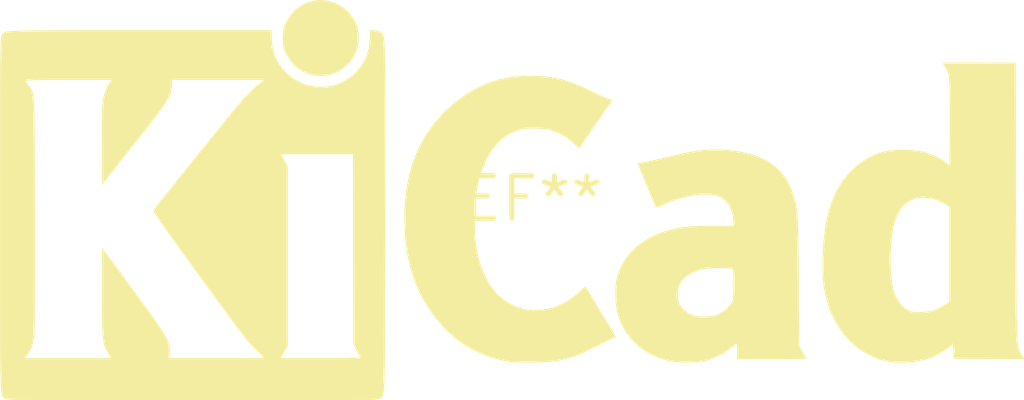
<source format=kicad_pcb>
(kicad_pcb (version 20240108) (generator pcbnew)
  (layers (0 "F.Cu" signal) (31 "B.Cu" signal) (34 "B.Paste" user) (35 "F.Paste" user) (36 "B.SilkS" user "B.Silkscreen") (37 "F.SilkS" user "F.Silkscreen") (38 "B.Mask" user) (39 "F.Mask" user) (44 "Edge.Cuts" user))
  (net 0 "")
  (footprint "KiCad-Logo_12mm_SilkScreen" (layer "F.Cu") (at 0 0)
    (property "Reference" "REF**")
    (property "Value" "KiCad-Logo_12mm_SilkScreen")
    (fp_poly (pts (xy -5.422844 -5.895156) (xy -5.217742 -5.824043) (xy -5.026785 -5.712111) (xy -4.856243 -5.559375) (xy -4.712387 -5.365849) (xy -4.647768 -5.243871) (xy -4.591842 -5.073257) (xy -4.564735 -4.876289) (xy -4.567738 -4.673795) (xy -4.601067 -4.490301) (xy -4.692162 -4.266076) (xy -4.824258 -4.071578) (xy -4.990642 -3.910633) (xy -5.184598 -3.787067) (xy -5.399414 -3.704708) (xy -5.628375 -3.667383) (xy -5.864767 -3.678918) (xy -5.981291 -3.70357) (xy -6.208385 -3.791909) (xy -6.410081 -3.92671) (xy -6.581515 -4.103817) (xy -6.71782 -4.319073) (xy -6.729352 -4.342581) (xy -6.769217 -4.430795) (xy -6.794249 -4.50509) (xy -6.807839 -4.583465) (xy -6.813382 -4.68392) (xy -6.814302 -4.793226) (xy -6.81278 -4.924552) (xy -6.805914 -5.019491) (xy -6.79025 -5.096247) (xy -6.762333 -5.173026) (xy -6.727873 -5.248777) (xy -6.599338 -5.46381) (xy -6.441052 -5.63792) (xy -6.259287 -5.771124) (xy -6.060313 -5.863434) (xy -5.8504 -5.914866) (xy -5.635821 -5.925435) (xy -5.422844 -5.895156)) (layer "F.SilkS") (stroke (width 0.01)) (fill solid))
    (fp_poly (pts (xy 0.875193 -3.659223) (xy 1.169706 -3.626981) (xy 1.455039 -3.569271) (xy 1.7428 -3.483083) (xy 2.044596 -3.365407) (xy 2.372034 -3.213233) (xy 2.431001 -3.183757) (xy 2.566324 -3.11709) (xy 2.693951 -3.057061) (xy 2.801287 -3.009401) (xy 2.875736 -2.979845) (xy 2.887173 -2.976124) (xy 2.996774 -2.943286) (xy 2.506155 -2.229547) (xy 2.386206 -2.055105) (xy 2.276539 -1.89573) (xy 2.180883 -1.756832) (xy 2.102969 -1.643822) (xy 2.046525 -1.56211) (xy 2.015281 -1.517109) (xy 2.010205 -1.509982) (xy 1.989588 -1.524883) (xy 1.938839 -1.56968) (xy 1.867034 -1.636235) (xy 1.827406 -1.673853) (xy 1.602882 -1.852432) (xy 1.350726 -1.988132) (xy 1.13344 -2.062463) (xy 1.003007 -2.085807) (xy 0.839693 -2.100033) (xy 0.662707 -2.104876) (xy 0.491256 -2.100074) (xy 0.344548 -2.085362) (xy 0.286007 -2.074095) (xy 0.022147 -1.983315) (xy -0.215622 -1.844704) (xy -0.427124 -1.658515) (xy -0.612184 -1.425001) (xy -0.770625 -1.144416) (xy -0.902271 -0.817013) (xy -1.006946 -0.443045) (xy -1.069155 -0.122903) (xy -1.085386 0.018426) (xy -1.096444 0.201004) (xy -1.102437 0.411709) (xy -1.103473 0.637422) (xy -1.099657 0.865022) (xy -1.091097 1.081389) (xy -1.077899 1.273402) (xy -1.06017 1.427943) (xy -1.056333 1.451786) (xy -0.971749 1.83586) (xy -0.856505 2.175783) (xy -0.709897 2.473078) (xy -0.531226 2.729268) (xy -0.4044 2.867775) (xy -0.176475 3.055828) (xy 0.073488 3.19522) (xy 0.34127 3.285195) (xy 0.622656 3.324994) (xy 0.913429 3.313857) (xy 1.209373 3.251026) (xy 1.38434 3.189547) (xy 1.626466 3.066436) (xy 1.87602 2.889837) (xy 2.015809 2.770412) (xy 2.094301 2.701291) (xy 2.15597 2.650579) (xy 2.191072 2.626144) (xy 2.19543 2.625398) (xy 2.211097 2.650367) (xy 2.251692 2.716348) (xy 2.313757 2.817685) (xy 2.393833 2.948721) (xy 2.488462 3.1038) (xy 2.594186 3.277265) (xy 2.653033 3.373896) (xy 3.102526 4.112201) (xy 2.541317 4.389549) (xy 2.338404 4.489172) (xy 2.174027 4.567729) (xy 2.038139 4.629122) (xy 1.920691 4.677253) (xy 1.811636 4.716023) (xy 1.700926 4.749333) (xy 1.578513 4.781086) (xy 1.461182 4.808969) (xy 1.356895 4.830546) (xy 1.247832 4.846851) (xy 1.123073 4.858791) (xy 0.971703 4.86727) (xy 0.782801 4.873192) (xy 0.655483 4.875749) (xy 0.473823 4.877494) (xy 0.299633 4.876614) (xy 0.144443 4.87336) (xy 0.019777 4.867984) (xy -0.062834 4.860735) (xy -0.06773 4.860012) (xy -0.496709 4.767205) (xy -0.899551 4.626449) (xy -1.276112 4.437839) (xy -1.626252 4.201466) (xy -1.949828 3.917424) (xy -2.2467 3.585805) (xy -2.461701 3.291075) (xy -2.690589 2.905298) (xy -2.875611 2.497895) (xy -3.017662 2.0656) (xy -3.117636 1.605146) (xy -3.176428 1.113267) (xy -3.194951 0.613799) (xy -3.179717 0.130634) (xy -3.131844 -0.315158) (xy -3.049811 -0.731095) (xy -2.932097 -1.124696) (xy -2.777181 -1.503482) (xy -2.758683 -1.542725) (xy -2.554894 -1.90956) (xy -2.304598 -2.25864) (xy -2.014885 -2.58274) (xy -1.692846 -2.874634) (xy -1.345574 -3.127096) (xy -1.021987 -3.312286) (xy -0.695096 -3.45733) (xy -0.367511 -3.562397) (xy -0.026552 -3.630347) (xy 0.340465 -3.66404) (xy 0.559892 -3.669008) (xy 0.875193 -3.659223)) (layer "F.SilkS") (stroke (width 0.01)) (fill solid))
    (fp_poly (pts (xy 13.610967 -4.064382) (xy 13.843254 -4.063429) (xy 13.922204 -4.062948) (xy 15.007849 -4.055807) (xy 15.021505 0.109247) (xy 15.023308 0.674041) (xy 15.024908 1.186864) (xy 15.026406 1.650371) (xy 15.027906 2.067214) (xy 15.029509 2.440045) (xy 15.03132 2.771519) (xy 15.03344 3.064286) (xy 15.035972 3.321002) (xy 15.03902 3.544318) (xy 15.042685 3.736887) (xy 15.047071 3.901363) (xy 15.05228 4.040398) (xy 15.058416 4.156644) (xy 15.06558 4.252756) (xy 15.073875 4.331386) (xy 15.083405 4.395187) (xy 15.094272 4.446811) (xy 15.106579 4.488912) (xy 15.120428 4.524143) (xy 15.135923 4.555156) (xy 15.153165 4.584604) (xy 15.172258 4.615141) (xy 15.193305 4.649418) (xy 15.197619 4.65672) (xy 15.269996 4.780221) (xy 14.223976 4.773068) (xy 13.177956 4.765914) (xy 13.164301 4.536142) (xy 13.156865 4.425873) (xy 13.149117 4.362122) (xy 13.138603 4.336827) (xy 13.122872 4.341922) (xy 13.109677 4.356498) (xy 13.052197 4.409591) (xy 12.958513 4.477837) (xy 12.841825 4.55308) (xy 12.715331 4.627167) (xy 12.592231 4.691943) (xy 12.497713 4.734561) (xy 12.276274 4.804595) (xy 12.022207 4.854204) (xy 11.754266 4.881494) (xy 11.491211 4.884569) (xy 11.251795 4.861532) (xy 11.247853 4.860873) (xy 10.920253 4.778669) (xy 10.613587 4.6477) (xy 10.330814 4.47078) (xy 10.074892 4.250726) (xy 9.848778 3.990351) (xy 9.65543 3.692472) (xy 9.497806 3.359904) (xy 9.411984 3.113548) (xy 9.355389 2.907445) (xy 9.313418 2.707867) (xy 9.284789 2.50269) (xy 9.268218 2.279791) (xy 9.262423 2.027045) (xy 9.264989 1.820662) (xy 11.280325 1.820662) (xy 11.289862 2.166732) (xy 11.319946 2.464467) (xy 11.371503 2.71651) (xy 11.445458 2.925502) (xy 11.542738 3.094086) (xy 11.664266 3.224906) (xy 11.804546 3.317385) (xy 11.87754 3.351909) (xy 11.940847 3.372607) (xy 12.011427 3.382077) (xy 12.106242 3.382915) (xy 12.208387 3.379228) (xy 12.409261 3.36151) (xy 12.568134 3.326813) (xy 12.618064 3.309433) (xy 12.732075 3.258102) (xy 12.852323 3.193643) (xy 12.904838 3.161376) (xy 13.041397 3.071805) (xy 13.041397 0.232706) (xy 12.891182 0.142665) (xy 12.681692 0.040923) (xy 12.467658 -0.019249) (xy 12.256909 -0.038204) (xy 12.057273 -0.016299) (xy 11.876577 0.046113) (xy 11.722649 0.148676) (xy 11.672981 0.197906) (xy 11.553262 0.359211) (xy 11.456364 0.554471) (xy 11.381477 0.787031) (xy 11.327793 1.060239) (xy 11.2945 1.377441) (xy 11.280789 1.741984) (xy 11.280325 1.820662) (xy 9.264989 1.820662) (xy 9.266058 1.734756) (xy 9.289082 1.285158) (xy 9.335378 0.879628) (xy 9.406164 0.512257) (xy 9.502661 0.177137) (xy 9.626087 -0.131637) (xy 9.670131 -0.223178) (xy 9.84754 -0.521704) (xy 10.06193 -0.786993) (xy 10.308259 -1.014763) (xy 10.581487 -1.200732) (xy 10.876574 -1.340618) (xy 11.053459 -1.398322) (xy 11.227178 -1.432578) (xy 11.436205 -1.452959) (xy 11.663014 -1.459475) (xy 11.890084 -1.452134) (xy 12.099892 -1.430945) (xy 12.268352 -1.397705) (xy 12.468857 -1.332518) (xy 12.663195 -1.248693) (xy 12.833224 -1.15472) (xy 12.923721 -1.090942) (xy 12.986144 -1.043516) (xy 13.029853 -1.014639) (xy 13.039796 -1.010538) (xy 13.042879 -1.036959) (xy 13.045753 -1.112661) (xy 13.048355 -1.232302) (xy 13.050621 -1.390538) (xy 13.052488 -1.582027) (xy 13.053891 -1.801426) (xy 13.054767 -2.043393) (xy 13.055053 -2.289853) (xy 13.054894 -2.605524) (xy 13.054108 -2.871663) (xy 13.052238 -3.093359) (xy 13.048825 -3.275704) (xy 13.043409 -3.423788) (xy 13.035531 -3.542701) (xy 13.024733 -3.637535) (xy 13.010555 -3.71338) (xy 12.992539 -3.775326) (xy 12.970225 -3.828464) (xy 12.943154 -3.877885) (xy 12.910867 -3.928679) (xy 12.906713 -3.934969) (xy 12.865071 -4.000755) (xy 12.839929 -4.045992) (xy 12.836559 -4.055534) (xy 12.862903 -4.058545) (xy 12.938069 -4.060994) (xy 13.056257 -4.062842) (xy 13.211669 -4.064049) (xy 13.398506 -4.064576) (xy 13.610967 -4.064382)) (layer "F.SilkS") (stroke (width 0.01)) (fill solid))
    (fp_poly (pts (xy 6.300951 -1.463632) (xy 6.436272 -1.453389) (xy 6.823442 -1.401878) (xy 7.166321 -1.319717) (xy 7.46658 -1.205778) (xy 7.725888 -1.058928) (xy 7.945916 -0.878038) (xy 8.128334 -0.661978) (xy 8.274811 -0.409616) (xy 8.381771 -0.136559) (xy 8.408921 -0.049459) (xy 8.432564 0.032107) (xy 8.452977 0.112529) (xy 8.470439 0.196199) (xy 8.48523 0.287508) (xy 8.497627 0.390847) (xy 8.507911 0.510609) (xy 8.516358 0.651183) (xy 8.523248 0.816962) (xy 8.528861 1.012336) (xy 8.533473 1.241698) (xy 8.537365 1.509437) (xy 8.540815 1.819947) (xy 8.544102 2.177618) (xy 8.546451 2.458064) (xy 8.562258 4.383548) (xy 8.664677 4.568843) (xy 8.713175 4.658111) (xy 8.749266 4.727448) (xy 8.766483 4.764354) (xy 8.767096 4.766854) (xy 8.74078 4.769715) (xy 8.665811 4.772351) (xy 8.548161 4.774689) (xy 8.3938 4.776653) (xy 8.2087 4.77817) (xy 7.998832 4.779165) (xy 7.770167 4.779565) (xy 7.742903 4.77957) (xy 6.718709 4.77957) (xy 6.718709 4.547419) (xy 6.716963 4.442507) (xy 6.712302 4.362271) (xy 6.705596 4.319251) (xy 6.702632 4.315269) (xy 6.675523 4.33195) (xy 6.619731 4.375731) (xy 6.547215 4.437216) (xy 6.545589 4.438638) (xy 6.413257 4.53716) (xy 6.246133 4.636089) (xy 6.0631 4.725706) (xy 5.883043 4.796293) (xy 5.803763 4.820414) (xy 5.645991 4.851051) (xy 5.452397 4.870602) (xy 5.240704 4.878787) (xy 5.028632 4.875327) (xy 4.833904 4.859945) (xy 4.697634 4.837811) (xy 4.363454 4.739676) (xy 4.062603 4.599819) (xy 3.797039 4.419974) (xy 3.568721 4.201876) (xy 3.379606 3.947261) (xy 3.231653 3.657864) (xy 3.167825 3.482258) (xy 3.127823 3.311576) (xy 3.101313 3.106678) (xy 3.089047 2.886464) (xy 3.08945 2.85442) (xy 4.936612 2.85442) (xy 4.95193 3.018053) (xy 5.002935 3.154042) (xy 5.097204 3.280208) (xy 5.133411 3.317203) (xy 5.26212 3.417221) (xy 5.410885 3.481294) (xy 5.589113 3.512309) (xy 5.776798 3.514593) (xy 5.954814 3.499514) (xy 6.091112 3.470021) (xy 6.150306 3.447869) (xy 6.256995 3.387496) (xy 6.370037 3.302589) (xy 6.473175 3.207295) (xy 6.550151 3.11576) (xy 6.570591 3.082181) (xy 6.586481 3.035157) (xy 6.597778 2.960333) (xy 6.605009 2.85056) (xy 6.6087 2.698692) (xy 6.609462 2.554155) (xy 6.608946 2.385644) (xy 6.60686 2.263799) (xy 6.602402 2.180666) (xy 6.594765 2.128292) (xy 6.583146 2.098726) (xy 6.56674 2.084013) (xy 6.561666 2.08167) (xy 6.51757 2.074453) (xy 6.4306 2.06855) (xy 6.3125 2.064493) (xy 6.175014 2.062815) (xy 6.145161 2.062813) (xy 5.961386 2.065746) (xy 5.819407 2.074469) (xy 5.706591 2.090177) (xy 5.613402 2.113118) (xy 5.382246 2.200535) (xy 5.200973 2.30801) (xy 5.068014 2.437262) (xy 4.981801 2.59001) (xy 4.940762 2.767972) (xy 4.936612 2.85442) (xy 3.08945 2.85442) (xy 3.091776 2.669834) (xy 3.110252 2.475689) (xy 3.124664 2.397252) (xy 3.21669 2.106017) (xy 3.356623 1.838054) (xy 3.541823 1.595932) (xy 3.769648 1.382221) (xy 4.037457 1.199492) (xy 4.342607 1.050314) (xy 4.602043 0.959727) (xy 4.775434 0.912136) (xy 4.941282 0.875155) (xy 5.110329 0.847585) (xy 5.293317 0.828224) (xy 5.500989 0.815871) (xy 5.744087 0.809326) (xy 5.963872 0.807483) (xy 6.615594 0.805699) (xy 6.603109 0.609798) (xy 6.567657 0.397243) (xy 6.492241 0.214543) (xy 6.380073 0.066262) (xy 6.234364 -0.04304) (xy 6.106064 -0.096376) (xy 5.922235 -0.12999) (xy 5.703394 -0.134817) (xy 5.4598 -0.112637) (xy 5.20171 -0.065228) (xy 4.939385 0.005629) (xy 4.683082 0.098155) (xy 4.496824 0.182778) (xy 4.407211 0.226231) (xy 4.338858 0.25658) (xy 4.304097 0.268423) (xy 4.302211 0.268043) (xy 4.290215 0.241518) (xy 4.260262 0.17121) (xy 4.21517 0.063855) (xy 4.157757 -0.07381) (xy 4.090842 -0.235051) (xy 4.022824 -0.399605) (xy 3.750897 -1.058672) (xy 3.944319 -1.090441) (xy 4.028154 -1.106381) (xy 4.154183 -1.133153) (xy 4.311608 -1.168327) (xy 4.489633 -1.209472) (xy 4.677463 -1.254158) (xy 4.752258 -1.272317) (xy 5.075838 -1.347369) (xy 5.359132 -1.403638) (xy 5.612715 -1.442262) (xy 5.847162 -1.464377) (xy 6.073049 -1.471122) (xy 6.300951 -1.463632)) (layer "F.SilkS") (stroke (width 0.01)) (fill solid))
    (fp_poly (pts (xy -11.847446 -5.025459) (xy -11.321244 -5.025387) (xy -11.076303 -5.025377) (xy -7.155699 -5.025377) (xy -7.155699 -4.794266) (xy -7.131032 -4.513024) (xy -7.056584 -4.253641) (xy -6.931686 -4.014576) (xy -6.75567 -3.794286) (xy -6.696118 -3.73479) (xy -6.481895 -3.566029) (xy -6.24569 -3.442948) (xy -5.994517 -3.36549) (xy -5.735393 -3.333601) (xy -5.475333 -3.347224) (xy -5.221353 -3.406303) (xy -4.980469 -3.510783) (xy -4.759696 -3.660607) (xy -4.660543 -3.750999) (xy -4.475773 -3.972624) (xy -4.340284 -4.216339) (xy -4.255256 -4.479357) (xy -4.221872 -4.758894) (xy -4.221428 -4.786394) (xy -4.219678 -5.025368) (xy -4.114645 -5.025372) (xy -4.02147 -5.012727) (xy -3.936356 -4.98196) (xy -3.930731 -4.978781) (xy -3.911508 -4.968806) (xy -3.893855 -4.961038) (xy -3.877708 -4.953213) (xy -3.863005 -4.94307) (xy -3.849681 -4.928345) (xy -3.837672 -4.906775) (xy -3.826915 -4.876099) (xy -3.817346 -4.834053) (xy -3.808901 -4.778374) (xy -3.801516 -4.706801) (xy -3.795127 -4.61707) (xy -3.789671 -4.506918) (xy -3.785084 -4.374084) (xy -3.781302 -4.216304) (xy -3.77826 -4.031316) (xy -3.775897 -3.816856) (xy -3.774147 -3.570663) (xy -3.772947 -3.290473) (xy -3.772232 -2.974025) (xy -3.77194 -2.619054) (xy -3.772007 -2.2233) (xy -3.772368 -1.784498) (xy -3.77296 -1.300386) (xy -3.773719 -0.768702) (xy -3.774581 -0.187183) (xy -3.775482 0.446433) (xy -3.775587 0.523629) (xy -3.776395 1.161287) (xy -3.777081 1.746582) (xy -3.777717 2.281778) (xy -3.778376 2.769136) (xy -3.779131 3.210917) (xy -3.780053 3.609382) (xy -3.781216 3.966795) (xy -3.782693 4.285415) (xy -3.784555 4.567506) (xy -3.786876 4.815328) (xy -3.789729 5.031143) (xy -3.793185 5.217213) (xy -3.797318 5.3758) (xy -3.8022 5.509164) (xy -3.807904 5.619569) (xy -3.814502 5.709275) (xy -3.822068 5.780544) (xy -3.830673 5.835638) (xy -3.84039 5.876818) (xy -3.851293 5.906346) (xy -3.863453 5.926484) (xy -3.876943 5.939493) (xy -3.891837 5.947636) (xy -3.908206 5.953173) (xy -3.926123 5.958366) (xy -3.945661 5.965477) (xy -3.950434 5.967642) (xy -3.965434 5.972506) (xy -3.990541 5.976976) (xy -4.027946 5.981066) (xy -4.079842 5.984793) (xy -4.14842 5.988173) (xy -4.235873 5.991221) (xy -4.344394 5.993954) (xy -4.476174 5.996387) (xy -4.633406 5.998537) (xy -4.818281 6.000419) (xy -5.032993 6.002049) (xy -5.279734 6.003443) (xy -5.560694 6.004617) (xy -5.878068 6.005587) (xy -6.234047 6.006369) (xy -6.630822 6.006979) (xy -7.070588 6.007432) (xy -7.555535 6.007745) (xy -8.087856 6.007934) (xy -8.669743 6.008013) (xy -9.303389 6.008) (xy -9.508644 6.00798) (xy -10.156347 6.007876) (xy -10.751644 6.007706) (xy -11.296755 6.007453) (xy -11.793897 6.007098) (xy -12.24529 6.006626) (xy -12.653151 6.006018) (xy -13.0197 6.005258) (xy -13.347154 6.004327) (xy -13.637732 6.003209) (xy -13.893652 6.001886) (xy -14.117133 6.000341) (xy -14.310394 5.998557) (xy -14.475652 5.996516) (xy -14.615127 5.994201) (xy -14.731037 5.991594) (xy -14.8256 5.988678) (xy -14.901034 5.985436) (xy -14.959558 5.981851) (xy -15.003391 5.977905) (xy -15.034752 5.973581) (xy -15.055857 5.968862) (xy -15.067363 5.96454) (xy -15.087812 5.955916) (xy -15.106587 5.949557) (xy -15.12376 5.943203) (xy -15.139402 5.934597) (xy -15.153584 5.92148) (xy -15.166377 5.901594) (xy -15.177852 5.872679) (xy -15.18808 5.832479) (xy -15.197133 5.778733) (xy -15.20508 5.709185) (xy -15.211994 5.621574) (xy -15.217945 5.513644) (xy -15.223005 5.383135) (xy -15.227245 5.227789) (xy -15.230735 5.045348) (xy -15.233547 4.833553) (xy -15.234283 4.752258) (xy -14.505361 4.752258) (xy -11.928987 4.752258) (xy -11.978561 4.67715) (xy -12.027878 4.599968) (xy -12.06964 4.526469) (xy -12.104441 4.451512) (xy -12.132877 4.369953) (xy -12.15554 4.276648) (xy -12.173025 4.166453) (xy -12.185926 4.034225) (xy -12.194837 3.87482) (xy -12.200352 3.683095) (xy -12.203064 3.453907) (xy -12.203569 3.182112) (xy -12.202459 2.862566) (xy -12.20183 2.743932) (xy -12.194732 1.472123) (xy -11.389033 2.56901) (xy -11.160779 2.880183) (xy -10.963025 3.151143) (xy -10.793635 3.385478) (xy -10.650473 3.58678) (xy -10.531405 3.758637) (xy -10.434295 3.90464) (xy -10.357007 4.028378) (xy -10.297407 4.133441) (xy -10.253359 4.22342) (xy -10.222728 4.301903) (xy -10.203378 4.37248) (xy -10.193175 4.438742) (xy -10.189983 4.504277) (xy -10.191667 4.572677) (xy -10.192097 4.581274) (xy -10.200968 4.752372) (xy -8.789236 4.752315) (xy -7.377505 4.752258) (xy -7.587516 4.5405) (xy -7.644504 4.482582) (xy -7.698566 4.426225) (xy -7.752076 4.368322) (xy -7.807404 4.305764) (xy -7.866925 4.235443) (xy -7.933011 4.154251) (xy -8.008034 4.059081) (xy -8.094367 3.946823) (xy -8.194383 3.81437) (xy -8.310454 3.658614) (xy -8.444952 3.476446) (xy -8.600251 3.26476) (xy -8.778722 3.020446) (xy -8.98274 2.740397) (xy -9.214675 2.421504) (xy -9.404782 2.15992) (xy -9.643372 1.831292) (xy -9.851508 1.543957) (xy -10.031075 1.295187) (xy -10.183957 1.082254) (xy -10.312041 0.90243) (xy -10.417212 0.752986) (xy -10.501355 0.631196) (xy -10.566357 0.534331) (xy -10.614103 0.459662) (xy -10.646477 0.404463) (xy -10.665366 0.366004) (xy -10.672655 0.341559) (xy -10.670464 0.328706) (xy -10.643913 0.294504) (xy -10.586508 0.222108) (xy -10.501713 0.11582) (xy -10.392992 -0.020055) (xy -10.263808 -0.181216) (xy -10.117626 -0.363357) (xy -9.957909 -0.562178) (xy -9.788121 -0.773373) (xy -9.611726 -0.992641) (xy -9.432187 -1.215677) (xy -9.333435 -1.33828) (xy -6.881548 -1.33828) (xy -6.677742 -0.96957) (xy -6.677742 4.383548) (xy -6.881548 4.752258) (xy -5.676111 4.752258) (xy -5.388341 4.752174) (xy -5.150647 4.751797) (xy -4.958482 4.750935) (xy -4.807298 4.7494) (xy -4.692548 4.747) (xy -4.609685 4.743546) (xy -4.554162 4.738849) (xy -4.52143 4.732717) (xy -4.506943 4.724961) (xy -4.506153 4.715391) (xy -4.514513 4.703817) (xy -4.514599 4.703721) (xy -4.549036 4.653907) (xy -4.594637 4.57291) (xy -4.634908 4.492055) (xy -4.711291 4.328925) (xy -4.719081 1.495322) (xy -4.726871 -1.33828) (xy -6.881548 -1.33828) (xy -9.333435 -1.33828) (xy -9.252969 -1.438179) (xy -9.077536 -1.655843) (xy -8.90935 -1.864367) (xy -8.751877 -2.059446) (xy -8.608579 -2.236779) (xy -8.482921 -2.392061) (xy -8.378366 -2.52099) (xy -8.298379 -2.619262) (xy -8.251398 -2.676559) (xy -8.068963 -2.89082) (xy -7.893452 -3.08417) (xy -7.731016 -3.25028) (xy -7.587805 -3.38282) (xy -7.486171 -3.464079) (xy -7.365998 -3.550538) (xy -10.12984 -3.550538) (xy -10.129064 -3.388354) (xy -10.136788 -3.269117) (xy -10.165828 -3.158574) (xy -10.210782 -3.053784) (xy -10.240004 -2.994584) (xy -10.271423 -2.935926) (xy -10.307909 -2.873914) (xy -10.352331 -2.804655) (xy -10.407561 -2.724254) (xy -10.476469 -2.628819) (xy -10.561923 -2.514453) (xy -10.666796 -2.377265) (xy -10.793955 -2.213358) (xy -10.946273 -2.01884) (xy -11.126618 -1.789815) (xy -11.337862 -1.522391) (xy -11.361721 -1.492217) (xy -12.194732 -0.438805) (xy -12.202796 -1.605478) (xy -12.20442 -1.954931) (xy -12.204074 -2.25077) (xy -12.201742 -2.49397) (xy -12.197407 -2.685507) (xy -12.191051 -2.826356) (xy -12.182659 -2.917492) (xy -12.179838 -2.93478) (xy -12.135584 -3.116883) (xy -12.077602 -3.28105) (xy -12.011437 -3.413046) (xy -11.971687 -3.469028) (xy -11.903102 -3.550538) (xy -13.204453 -3.550538) (xy -13.514885 -3.550272) (xy -13.774477 -3.549409) (xy -13.987014 -3.547846) (xy -14.156276 -3.545483) (xy -14.286048 -3.54222) (xy -14.380111 -3.537955) (xy -14.442248 -3.532587) (xy -14.476241 -3.526017) (xy -14.485874 -3.518142) (xy -14.485208 -3.516398) (xy -14.45762 -3.474757) (xy -14.411564 -3.408752) (xy -14.387735 -3.375369) (xy -14.363099 -3.342056) (xy -14.340955 -3.312266) (xy -14.321164 -3.283067) (xy -14.303586 -3.251526) (xy -14.288081 -3.214714) (xy -14.274511 -3.169697) (xy -14.262736 -3.113545) (xy -14.252616 -3.043325) (xy -14.244013 -2.956106) (xy -14.236786 -2.848957) (xy -14.230796 -2.718945) (xy -14.225904 -2.563139) (xy -14.221971 -2.378607) (xy -14.218857 -2.162419) (xy -14.216422 -1.911641) (xy -14.214527 -1.623342) (xy -14.213033 -1.294591) (xy -14.211801 -0.922457) (xy -14.21069 -0.504006) (xy -14.209562 -0.036309) (xy -14.208508 0.393354) (xy -14.207512 0.872353) (xy -14.206994 1.329362) (xy -14.206941 1.761464) (xy -14.207338 2.165738) (xy -14.208172 2.539265) (xy -14.209429 2.879127) (xy -14.211094 3.182404) (xy -14.213156 3.446177) (xy -14.215599 3.667527) (xy -14.21841 3.843535) (xy -14.221576 3.971283) (xy -14.225082 4.047849) (xy -14.225745 4.055941) (xy -14.249905 4.241568) (xy -14.287624 4.390647) (xy -14.345064 4.52075) (xy -14.428389 4.649452) (xy -14.438811 4.663494) (xy -14.505361 4.752258) (xy -15.234283 4.752258) (xy -15.235752 4.590145) (xy -15.237421 4.312867) (xy -15.238625 3.999459) (xy -15.239435 3.647664) (xy -15.239922 3.255223) (xy -15.240156 2.819877) (xy -15.240211 2.339368) (xy -15.240156 1.811438) (xy -15.240062 1.233828) (xy -15.240002 0.604279) (xy -15.24 0.479301) (xy -15.239965 -0.156878) (xy -15.239847 -0.740675) (xy -15.239628 -1.274332) (xy -15.239292 -1.760091) (xy -15.238822 -2.200195) (xy -15.238198 -2.596884) (xy -15.237406 -2.952401) (xy -15.236426 -3.268988) (xy -15.235242 -3.548887) (xy -15.233836 -3.794339) (xy -15.23219 -4.007587) (xy -15.230288 -4.190872) (xy -15.228113 -4.346436) (xy -15.225645 -4.476522) (xy -15.222869 -4.583371) (xy -15.219767 -4.669225) (xy -15.216321 -4.736326) (xy -15.212515 -4.786916) (xy -15.20833 -4.823236) (xy -15.203749 -4.84753) (xy -15.198755 -4.862038) (xy -15.19857 -4.8624) (xy -15.188285 -4.884563) (xy -15.179718 -4.904628) (xy -15.170241 -4.922699) (xy -15.157226 -4.938879) (xy -15.138043 -4.953274) (xy -15.110065 -4.965986) (xy -15.070663 -4.97712) (xy -15.017208 -4.986779) (xy -14.947071 -4.995068) (xy -14.857624 -5.00209) (xy -14.746238 -5.00795) (xy -14.610284 -5.01275) (xy -14.447135 -5.016596) (xy -14.254161 -5.019591) (xy -14.028733 -5.021839) (xy -13.768224 -5.023444) (xy -13.470004 -5.024509) (xy -13.131445 -5.02514) (xy -12.749918 -5.025439) (xy -12.322794 -5.02551) (xy -11.847446 -5.025459)) (layer "F.SilkS") (stroke (width 0.01)) (fill solid))
  )
)
</source>
